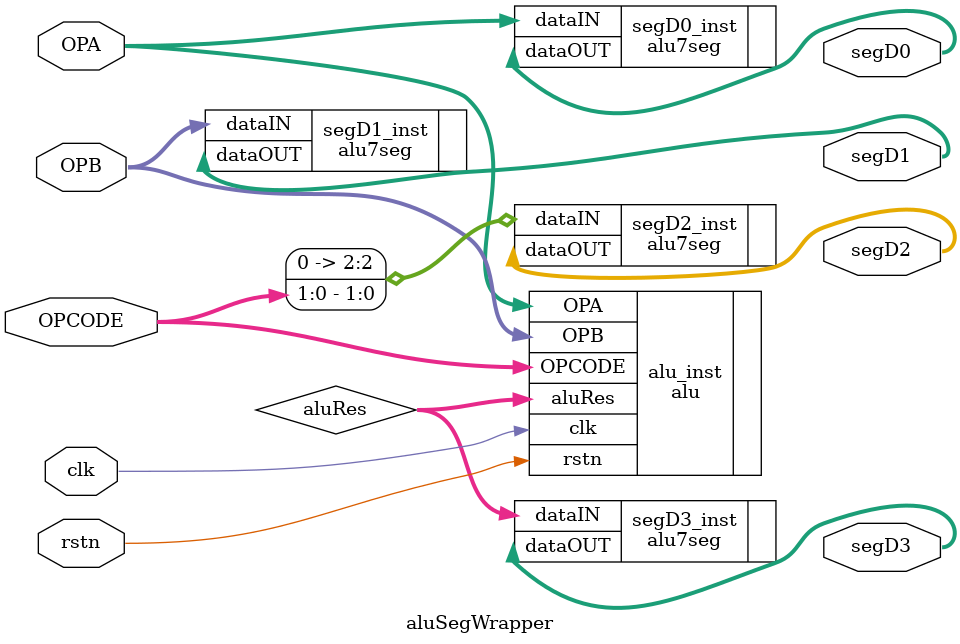
<source format=v>
`timescale 1ns/1ps

module aluSegWrapper #(
  parameter DATA_WIDTH   = 3,
  parameter OPCODE_WIDTH = 2,
  parameter RESULT_WIDTH = 7
)(
  input  wire                  clk,
  input  wire                  rstn,
  input  wire [DATA_WIDTH-1:0] OPA,
  input  wire [DATA_WIDTH-1:0] OPB,
  input  wire [OPCODE_WIDTH-1:0] OPCODE,
  output wire [RESULT_WIDTH-1:0] segD0, // Display 0: OPA
  output wire [RESULT_WIDTH-1:0] segD1, // Display 1: OPB
  output wire [RESULT_WIDTH-1:0] segD2, // Display 2: OPCODE
  output wire [RESULT_WIDTH-1:0] segD3  // Display 3: ALU result
);

  wire [DATA_WIDTH-1:0] aluRes;

  // Instantiate ALU
  alu #(
    .DATA_WIDTH(DATA_WIDTH),
    .OPCODE_WIDTH(OPCODE_WIDTH)
  ) alu_inst (
    .clk(clk),
    .rstn(rstn),
    .OPA(OPA),
    .OPB(OPB),
    .OPCODE(OPCODE),
    .aluRes(aluRes)
  );

  // Display OPA
  alu7seg #(
    .DATA_WIDTH(DATA_WIDTH),
    .RESULT_WIDTH(RESULT_WIDTH)
  ) segD0_inst (
    .dataIN(OPA),
    .dataOUT(segD0)
  );

  // Display OPB
  alu7seg #(
    .DATA_WIDTH(DATA_WIDTH),
    .RESULT_WIDTH(RESULT_WIDTH)
  ) segD1_inst (
    .dataIN(OPB),
    .dataOUT(segD1)
  );

  // Display OPCODE (zero-extend to match DATA_WIDTH)
  alu7seg #(
    .DATA_WIDTH(DATA_WIDTH),
    .RESULT_WIDTH(RESULT_WIDTH)
  ) segD2_inst (
    .dataIN({{(DATA_WIDTH-OPCODE_WIDTH){1'b0}}, OPCODE}),
    .dataOUT(segD2)
  );

  // Display ALU result
  alu7seg #(
    .DATA_WIDTH(DATA_WIDTH),
    .RESULT_WIDTH(RESULT_WIDTH)
  ) segD3_inst (
    .dataIN(aluRes),
    .dataOUT(segD3)
  );

endmodule
</source>
